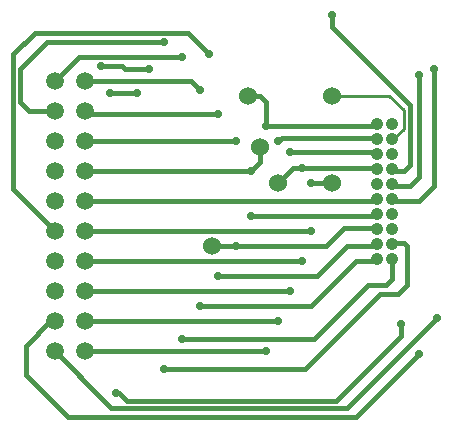
<source format=gbr>
%TF.GenerationSoftware,KiCad,Pcbnew,6.0.0*%
%TF.CreationDate,2022-01-07T11:19:12-07:00*%
%TF.ProjectId,A0004-SWD-Adapter,41303030-342d-4535-9744-2d4164617074,rev?*%
%TF.SameCoordinates,Original*%
%TF.FileFunction,Copper,L1,Top*%
%TF.FilePolarity,Positive*%
%FSLAX46Y46*%
G04 Gerber Fmt 4.6, Leading zero omitted, Abs format (unit mm)*
G04 Created by KiCad (PCBNEW 6.0.0) date 2022-01-07 11:19:12*
%MOMM*%
%LPD*%
G01*
G04 APERTURE LIST*
%TA.AperFunction,ComponentPad*%
%ADD10C,1.498600*%
%TD*%
%TA.AperFunction,ComponentPad*%
%ADD11C,1.066800*%
%TD*%
%TA.AperFunction,SMDPad,CuDef*%
%ADD12C,1.524000*%
%TD*%
%TA.AperFunction,ViaPad*%
%ADD13C,0.711200*%
%TD*%
%TA.AperFunction,Conductor*%
%ADD14C,0.250000*%
%TD*%
%TA.AperFunction,Conductor*%
%ADD15C,0.381000*%
%TD*%
G04 APERTURE END LIST*
D10*
%TO.P,P1,1,1*%
%TO.N,/MCU_VDD1*%
X124123450Y-112059999D03*
%TO.P,P1,2,2*%
%TO.N,/NC_2*%
X121583450Y-112059999D03*
%TO.P,P1,3,3*%
%TO.N,/NC_3*%
X124123450Y-109519999D03*
%TO.P,P1,4,4*%
%TO.N,/GND4*%
X121583450Y-109519999D03*
%TO.P,P1,5,5*%
%TO.N,/NC_5*%
X124123450Y-106979999D03*
%TO.P,P1,6,6*%
%TO.N,/GND6*%
X121583450Y-106979999D03*
%TO.P,P1,7,7*%
%TO.N,/SWDIO*%
X124123450Y-104439999D03*
%TO.P,P1,8,8*%
%TO.N,/GND8*%
X121583450Y-104439999D03*
%TO.P,P1,9,9*%
%TO.N,/SWCLK*%
X124123450Y-101899999D03*
%TO.P,P1,10,10*%
%TO.N,/GND10*%
X121583450Y-101899999D03*
%TO.P,P1,11,11*%
%TO.N,/NC_11*%
X124123450Y-99359999D03*
%TO.P,P1,12,12*%
%TO.N,/GND12*%
X121583450Y-99359999D03*
%TO.P,P1,13,13*%
%TO.N,/SWO*%
X124123450Y-96819999D03*
%TO.P,P1,14,14*%
%TO.N,/GND14*%
X121583450Y-96819999D03*
%TO.P,P1,15,15*%
%TO.N,/NRST*%
X124123450Y-94279999D03*
%TO.P,P1,16,16*%
%TO.N,/GND16*%
X121583450Y-94279999D03*
%TO.P,P1,17,17*%
%TO.N,/NC_17*%
X124123450Y-91739999D03*
%TO.P,P1,18,18*%
%TO.N,/GND18*%
X121583450Y-91739999D03*
%TO.P,P1,19,19*%
%TO.N,/NC_19*%
X124123450Y-89199999D03*
%TO.P,P1,20,20*%
%TO.N,/GND20*%
X121583450Y-89199999D03*
%TD*%
D11*
%TO.P,P2,1,1*%
%TO.N,/MCU_VDD1*%
X148832950Y-92837000D03*
%TO.P,P2,2,2*%
%TO.N,/NC_2*%
X150102950Y-92837000D03*
%TO.P,P2,3,3*%
%TO.N,/NC_3*%
X148832950Y-94107000D03*
%TO.P,P2,4,4*%
%TO.N,/GND4*%
X150102950Y-94107000D03*
%TO.P,P2,5,5*%
%TO.N,/NC_5*%
X148832950Y-95377000D03*
%TO.P,P2,6,6*%
%TO.N,/GND6*%
X150102950Y-95377000D03*
%TO.P,P2,7,7*%
%TO.N,/SWDIO*%
X148832950Y-96647000D03*
%TO.P,P2,8,8*%
%TO.N,/GND8*%
X150102950Y-96647000D03*
%TO.P,P2,9,9*%
%TO.N,/SWCLK*%
X148832950Y-97917000D03*
%TO.P,P2,10,10*%
%TO.N,/GND10*%
X150102950Y-97917000D03*
%TO.P,P2,11,11*%
%TO.N,/NC_11*%
X148832950Y-99187000D03*
%TO.P,P2,12,12*%
%TO.N,/GND12*%
X150102950Y-99187000D03*
%TO.P,P2,13,13*%
%TO.N,/SWO*%
X148832950Y-100457000D03*
%TO.P,P2,14,14*%
%TO.N,/GND14*%
X150102950Y-100457000D03*
%TO.P,P2,15,15*%
%TO.N,/NRST*%
X148832950Y-101727000D03*
%TO.P,P2,16,16*%
%TO.N,/GND16*%
X150102950Y-101727000D03*
%TO.P,P2,17,17*%
%TO.N,/NC_17*%
X148832950Y-102997000D03*
%TO.P,P2,18,18*%
%TO.N,/GND18*%
X150102950Y-102997000D03*
%TO.P,P2,19,19*%
%TO.N,/NC_19*%
X148832950Y-104267000D03*
%TO.P,P2,20,20*%
%TO.N,/GND20*%
X150102950Y-104267000D03*
%TD*%
D12*
%TO.P,TP1,1*%
%TO.N,/MCU_VDD1*%
X137922000Y-90424000D03*
%TD*%
%TO.P,TP5,1*%
%TO.N,/SWCLK*%
X145034000Y-97790000D03*
%TD*%
%TO.P,TP3,1*%
%TO.N,/GND4*%
X145034000Y-90424000D03*
%TD*%
%TO.P,TP6,1*%
%TO.N,/NRST*%
X134874000Y-103124000D03*
%TD*%
%TO.P,TP4,1*%
%TO.N,/SWDIO*%
X140462000Y-97790000D03*
%TD*%
%TO.P,TP7,1*%
%TO.N,/SWO*%
X138938000Y-94742000D03*
%TD*%
D13*
%TO.N,/MCU_VDD1*%
X139492000Y-92964000D03*
X139492000Y-112060000D03*
%TO.N,/NC_2*%
X153924000Y-109220000D03*
%TO.N,/NC_3*%
X140508000Y-94280000D03*
X140508000Y-109520000D03*
%TO.N,/GND4*%
X152400000Y-112268000D03*
%TO.N,/NC_5*%
X141524000Y-95204000D03*
X141524000Y-106980000D03*
%TO.N,/GND6*%
X150876000Y-109728000D03*
X126746000Y-115570000D03*
%TO.N,/SWDIO*%
X142494000Y-96520000D03*
X142494000Y-104394000D03*
%TO.N,/GND8*%
X145034000Y-83566000D03*
%TO.N,/SWCLK*%
X143302000Y-101900000D03*
X143256000Y-97790000D03*
%TO.N,/SWO*%
X138176000Y-100584000D03*
X138176000Y-96774000D03*
%TO.N,/GND14*%
X126238000Y-90170000D03*
X128524000Y-90170000D03*
%TO.N,/NRST*%
X136906000Y-94234000D03*
X136906000Y-103124000D03*
%TO.N,/GND16*%
X129540000Y-88138000D03*
X125476000Y-87884000D03*
%TO.N,/NC_17*%
X135382000Y-105664000D03*
X135382000Y-91948000D03*
%TO.N,/GND18*%
X130810000Y-113538000D03*
X130810000Y-85852000D03*
%TO.N,/NC_19*%
X133858000Y-108204000D03*
X133858000Y-89916000D03*
%TO.N,/GND20*%
X132334000Y-87122000D03*
X132334000Y-110998000D03*
%TO.N,/GND10*%
X152400000Y-88646000D03*
X134620000Y-86868000D03*
%TO.N,/GND12*%
X153670000Y-88138000D03*
%TD*%
D14*
%TO.N,/GND4*%
X150102950Y-94107000D02*
X150241000Y-94107000D01*
X151122980Y-93225020D02*
X151122980Y-91686980D01*
X150241000Y-94107000D02*
X151122980Y-93225020D01*
X151122980Y-91686980D02*
X149860000Y-90424000D01*
X149860000Y-90424000D02*
X145034000Y-90424000D01*
D15*
%TO.N,/MCU_VDD1*%
X139492000Y-90978000D02*
X139492000Y-92964000D01*
X138938000Y-90424000D02*
X139492000Y-90978000D01*
X124123450Y-112060000D02*
X139492000Y-112060000D01*
X137922000Y-90424000D02*
X138938000Y-90424000D01*
X139492000Y-92964000D02*
X148844000Y-92964000D01*
%TO.N,/NC_2*%
X125855450Y-116332000D02*
X126363450Y-116840000D01*
X126363450Y-116840000D02*
X146304000Y-116840000D01*
X121583450Y-112060000D02*
X125855450Y-116332000D01*
X146304000Y-116840000D02*
X153416000Y-109728000D01*
X153416000Y-109728000D02*
X153924000Y-109220000D01*
%TO.N,/NC_3*%
X140808000Y-93980000D02*
X148844000Y-93980000D01*
X124123450Y-109520000D02*
X140508000Y-109520000D01*
X140508000Y-94280000D02*
X140808000Y-93980000D01*
%TO.N,/GND4*%
X121204000Y-109520000D02*
X119126000Y-111598000D01*
X147066000Y-117602000D02*
X152400000Y-112268000D01*
X122682000Y-117602000D02*
X147066000Y-117602000D01*
X119126000Y-114046000D02*
X122682000Y-117602000D01*
X119126000Y-111598000D02*
X119126000Y-114046000D01*
X121583450Y-109520000D02*
X121204000Y-109520000D01*
%TO.N,/NC_5*%
X148544000Y-95204000D02*
X148844000Y-95504000D01*
X141524000Y-95204000D02*
X148544000Y-95204000D01*
X124123450Y-106980000D02*
X141524000Y-106980000D01*
%TO.N,/GND6*%
X127689480Y-116259480D02*
X145360520Y-116259480D01*
X127000000Y-115570000D02*
X127689480Y-116259480D01*
X126746000Y-115570000D02*
X127000000Y-115570000D01*
X145360520Y-116259480D02*
X150876000Y-110744000D01*
X150876000Y-110744000D02*
X150876000Y-109728000D01*
%TO.N,/SWDIO*%
X140462000Y-97790000D02*
X141732000Y-96520000D01*
X142494000Y-96520000D02*
X148590000Y-96520000D01*
X141732000Y-96520000D02*
X142494000Y-96520000D01*
X124123450Y-104440000D02*
X142494000Y-104394000D01*
X148590000Y-96520000D02*
X148844000Y-96774000D01*
%TO.N,/GND8*%
X151638000Y-91186000D02*
X151638000Y-96266000D01*
X145034000Y-83566000D02*
X145034000Y-84582000D01*
X151638000Y-96266000D02*
X151130000Y-96774000D01*
X145034000Y-84582000D02*
X151638000Y-91186000D01*
X151130000Y-96774000D02*
X150114000Y-96774000D01*
%TO.N,/SWCLK*%
X124123450Y-101900000D02*
X143302000Y-101900000D01*
X145034000Y-97790000D02*
X143256000Y-97790000D01*
%TO.N,/NC_11*%
X124123450Y-99360000D02*
X149052000Y-99360000D01*
%TO.N,/SWO*%
X138938000Y-96012000D02*
X138176000Y-96774000D01*
X138938000Y-94742000D02*
X138938000Y-96012000D01*
X138130000Y-96820000D02*
X138176000Y-96774000D01*
X138176000Y-100584000D02*
X148844000Y-100584000D01*
X124123450Y-96820000D02*
X138130000Y-96820000D01*
%TO.N,/GND14*%
X126238000Y-90170000D02*
X128524000Y-90170000D01*
%TO.N,/NRST*%
X148590000Y-101600000D02*
X148844000Y-101854000D01*
X144526000Y-103124000D02*
X146050000Y-101600000D01*
X136906000Y-103124000D02*
X144526000Y-103124000D01*
X146050000Y-101600000D02*
X148590000Y-101600000D01*
X136860000Y-94280000D02*
X136906000Y-94234000D01*
X134874000Y-103124000D02*
X136906000Y-103124000D01*
X124123450Y-94280000D02*
X136860000Y-94280000D01*
%TO.N,/GND16*%
X125476000Y-87884000D02*
X127254000Y-87884000D01*
X127508000Y-88138000D02*
X129540000Y-88138000D01*
X127254000Y-87884000D02*
X127508000Y-88138000D01*
%TO.N,/NC_17*%
X124123450Y-91865450D02*
X124206000Y-91948000D01*
X124206000Y-91948000D02*
X135382000Y-91948000D01*
X146304000Y-103124000D02*
X148844000Y-103124000D01*
X143764000Y-105664000D02*
X146304000Y-103124000D01*
X124123450Y-91740000D02*
X124123450Y-91865450D01*
X135382000Y-105664000D02*
X143764000Y-105664000D01*
%TO.N,/GND18*%
X130810000Y-113538000D02*
X142748000Y-113538000D01*
X149098000Y-107188000D02*
X149606000Y-107188000D01*
X118618000Y-90932000D02*
X118618000Y-88138000D01*
X118618000Y-88138000D02*
X120904000Y-85852000D01*
X148590000Y-107696000D02*
X149098000Y-107188000D01*
X149606000Y-107188000D02*
X150622000Y-107188000D01*
X119426000Y-91740000D02*
X118618000Y-90932000D01*
X150622000Y-107188000D02*
X151384000Y-106426000D01*
X151130000Y-102870000D02*
X150114000Y-102870000D01*
X121583450Y-91740000D02*
X119426000Y-91740000D01*
X120904000Y-85852000D02*
X130810000Y-85852000D01*
X151384000Y-103124000D02*
X151130000Y-102870000D01*
X142748000Y-113538000D02*
X148590000Y-107696000D01*
X151384000Y-106426000D02*
X151384000Y-103124000D01*
%TO.N,/NC_19*%
X143256000Y-108204000D02*
X147066000Y-104394000D01*
X124123450Y-89200000D02*
X133142000Y-89200000D01*
X133858000Y-108204000D02*
X143256000Y-108204000D01*
X133142000Y-89200000D02*
X133858000Y-89916000D01*
X147066000Y-104394000D02*
X148844000Y-104394000D01*
%TO.N,/GND20*%
X143002000Y-110998000D02*
X143510000Y-110998000D01*
X142748000Y-110998000D02*
X143002000Y-110998000D01*
X123661450Y-87122000D02*
X132334000Y-87122000D01*
X132334000Y-110998000D02*
X142748000Y-110998000D01*
X149606000Y-106426000D02*
X150114000Y-105918000D01*
X148082000Y-106426000D02*
X149606000Y-106426000D01*
X150114000Y-105918000D02*
X150114000Y-104140000D01*
X147828000Y-106680000D02*
X148082000Y-106426000D01*
X143510000Y-110998000D02*
X147828000Y-106680000D01*
X121583450Y-89200000D02*
X123661450Y-87122000D01*
%TO.N,/GND10*%
X121583450Y-101900000D02*
X118037480Y-98354030D01*
X152400000Y-88646000D02*
X152400000Y-97282000D01*
X152400000Y-97282000D02*
X151892000Y-97790000D01*
X119888000Y-85090000D02*
X132842000Y-85090000D01*
X132842000Y-85090000D02*
X134620000Y-86868000D01*
X118037480Y-86940520D02*
X119888000Y-85090000D01*
X151638000Y-98044000D02*
X150114000Y-98044000D01*
X118037480Y-98354030D02*
X118037480Y-86940520D01*
X151892000Y-97790000D02*
X151638000Y-98044000D01*
%TO.N,/GND12*%
X153670000Y-98044000D02*
X152400000Y-99314000D01*
X153670000Y-88138000D02*
X153670000Y-98044000D01*
X152400000Y-99314000D02*
X150114000Y-99314000D01*
%TD*%
M02*

</source>
